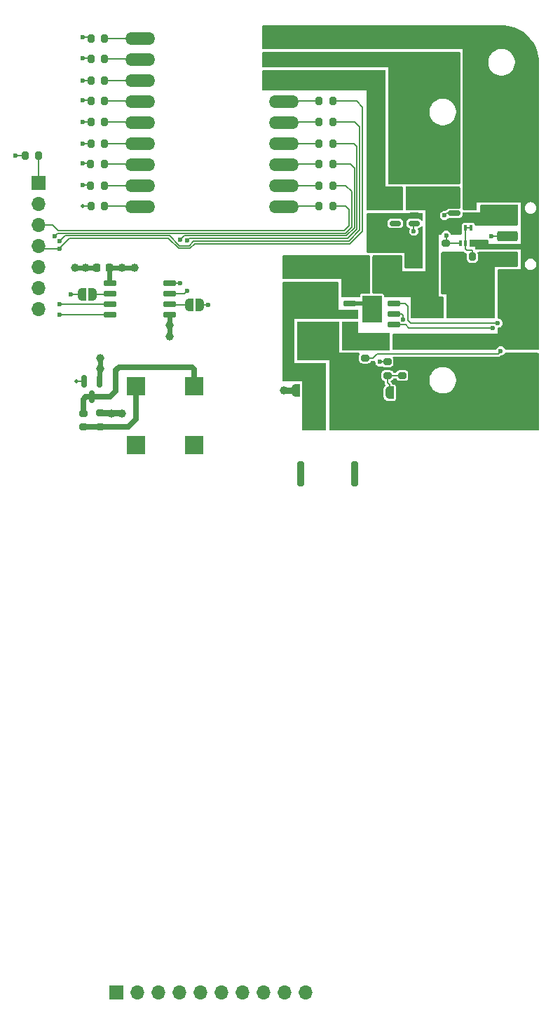
<source format=gbl>
G04 #@! TF.GenerationSoftware,KiCad,Pcbnew,8.0.3*
G04 #@! TF.CreationDate,2024-06-08T17:14:38+02:00*
G04 #@! TF.ProjectId,chip8-pcb,63686970-382d-4706-9362-2e6b69636164,1*
G04 #@! TF.SameCoordinates,Original*
G04 #@! TF.FileFunction,Copper,L4,Bot*
G04 #@! TF.FilePolarity,Positive*
%FSLAX46Y46*%
G04 Gerber Fmt 4.6, Leading zero omitted, Abs format (unit mm)*
G04 Created by KiCad (PCBNEW 8.0.3) date 2024-06-08 17:14:38*
%MOMM*%
%LPD*%
G01*
G04 APERTURE LIST*
G04 Aperture macros list*
%AMRoundRect*
0 Rectangle with rounded corners*
0 $1 Rounding radius*
0 $2 $3 $4 $5 $6 $7 $8 $9 X,Y pos of 4 corners*
0 Add a 4 corners polygon primitive as box body*
4,1,4,$2,$3,$4,$5,$6,$7,$8,$9,$2,$3,0*
0 Add four circle primitives for the rounded corners*
1,1,$1+$1,$2,$3*
1,1,$1+$1,$4,$5*
1,1,$1+$1,$6,$7*
1,1,$1+$1,$8,$9*
0 Add four rect primitives between the rounded corners*
20,1,$1+$1,$2,$3,$4,$5,0*
20,1,$1+$1,$4,$5,$6,$7,0*
20,1,$1+$1,$6,$7,$8,$9,0*
20,1,$1+$1,$8,$9,$2,$3,0*%
%AMFreePoly0*
4,1,19,0.500000,-0.750000,0.000000,-0.750000,0.000000,-0.744911,-0.071157,-0.744911,-0.207708,-0.704816,-0.327430,-0.627875,-0.420627,-0.520320,-0.479746,-0.390866,-0.500000,-0.250000,-0.500000,0.250000,-0.479746,0.390866,-0.420627,0.520320,-0.327430,0.627875,-0.207708,0.704816,-0.071157,0.744911,0.000000,0.744911,0.000000,0.750000,0.500000,0.750000,0.500000,-0.750000,0.500000,-0.750000,
$1*%
%AMFreePoly1*
4,1,19,0.000000,0.744911,0.071157,0.744911,0.207708,0.704816,0.327430,0.627875,0.420627,0.520320,0.479746,0.390866,0.500000,0.250000,0.500000,-0.250000,0.479746,-0.390866,0.420627,-0.520320,0.327430,-0.627875,0.207708,-0.704816,0.071157,-0.744911,0.000000,-0.744911,0.000000,-0.750000,-0.500000,-0.750000,-0.500000,0.750000,0.000000,0.750000,0.000000,0.744911,0.000000,0.744911,
$1*%
G04 Aperture macros list end*
G04 #@! TA.AperFunction,SMDPad,CuDef*
%ADD10RoundRect,0.225000X0.225000X0.250000X-0.225000X0.250000X-0.225000X-0.250000X0.225000X-0.250000X0*%
G04 #@! TD*
G04 #@! TA.AperFunction,SMDPad,CuDef*
%ADD11FreePoly0,180.000000*%
G04 #@! TD*
G04 #@! TA.AperFunction,SMDPad,CuDef*
%ADD12FreePoly1,180.000000*%
G04 #@! TD*
G04 #@! TA.AperFunction,SMDPad,CuDef*
%ADD13FreePoly0,0.000000*%
G04 #@! TD*
G04 #@! TA.AperFunction,SMDPad,CuDef*
%ADD14FreePoly1,0.000000*%
G04 #@! TD*
G04 #@! TA.AperFunction,SMDPad,CuDef*
%ADD15RoundRect,0.150000X0.650000X0.150000X-0.650000X0.150000X-0.650000X-0.150000X0.650000X-0.150000X0*%
G04 #@! TD*
G04 #@! TA.AperFunction,ComponentPad*
%ADD16R,1.700000X1.700000*%
G04 #@! TD*
G04 #@! TA.AperFunction,ComponentPad*
%ADD17O,1.700000X1.700000*%
G04 #@! TD*
G04 #@! TA.AperFunction,SMDPad,CuDef*
%ADD18RoundRect,0.200000X0.200000X0.275000X-0.200000X0.275000X-0.200000X-0.275000X0.200000X-0.275000X0*%
G04 #@! TD*
G04 #@! TA.AperFunction,SMDPad,CuDef*
%ADD19RoundRect,0.150000X0.512500X0.150000X-0.512500X0.150000X-0.512500X-0.150000X0.512500X-0.150000X0*%
G04 #@! TD*
G04 #@! TA.AperFunction,SMDPad,CuDef*
%ADD20RoundRect,0.225000X0.250000X-0.225000X0.250000X0.225000X-0.250000X0.225000X-0.250000X-0.225000X0*%
G04 #@! TD*
G04 #@! TA.AperFunction,SMDPad,CuDef*
%ADD21RoundRect,0.225000X0.225000X0.625000X-0.225000X0.625000X-0.225000X-0.625000X0.225000X-0.625000X0*%
G04 #@! TD*
G04 #@! TA.AperFunction,SMDPad,CuDef*
%ADD22RoundRect,0.133334X0.266666X1.366666X-0.266666X1.366666X-0.266666X-1.366666X0.266666X-1.366666X0*%
G04 #@! TD*
G04 #@! TA.AperFunction,SMDPad,CuDef*
%ADD23RoundRect,0.200000X0.275000X-0.200000X0.275000X0.200000X-0.275000X0.200000X-0.275000X-0.200000X0*%
G04 #@! TD*
G04 #@! TA.AperFunction,HeatsinkPad*
%ADD24C,0.500000*%
G04 #@! TD*
G04 #@! TA.AperFunction,HeatsinkPad*
%ADD25R,2.400000X3.200000*%
G04 #@! TD*
G04 #@! TA.AperFunction,SMDPad,CuDef*
%ADD26R,3.700000X1.100000*%
G04 #@! TD*
G04 #@! TA.AperFunction,SMDPad,CuDef*
%ADD27RoundRect,0.225000X-0.250000X0.225000X-0.250000X-0.225000X0.250000X-0.225000X0.250000X0.225000X0*%
G04 #@! TD*
G04 #@! TA.AperFunction,SMDPad,CuDef*
%ADD28RoundRect,0.200000X-0.275000X0.200000X-0.275000X-0.200000X0.275000X-0.200000X0.275000X0.200000X0*%
G04 #@! TD*
G04 #@! TA.AperFunction,SMDPad,CuDef*
%ADD29RoundRect,0.100000X0.100000X-0.225000X0.100000X0.225000X-0.100000X0.225000X-0.100000X-0.225000X0*%
G04 #@! TD*
G04 #@! TA.AperFunction,SMDPad,CuDef*
%ADD30RoundRect,0.150000X-0.587500X-0.150000X0.587500X-0.150000X0.587500X0.150000X-0.587500X0.150000X0*%
G04 #@! TD*
G04 #@! TA.AperFunction,SMDPad,CuDef*
%ADD31RoundRect,0.150000X-0.150000X0.587500X-0.150000X-0.587500X0.150000X-0.587500X0.150000X0.587500X0*%
G04 #@! TD*
G04 #@! TA.AperFunction,SMDPad,CuDef*
%ADD32RoundRect,0.250000X-1.500000X-0.550000X1.500000X-0.550000X1.500000X0.550000X-1.500000X0.550000X0*%
G04 #@! TD*
G04 #@! TA.AperFunction,SMDPad,CuDef*
%ADD33RoundRect,0.218750X-0.218750X-0.256250X0.218750X-0.256250X0.218750X0.256250X-0.218750X0.256250X0*%
G04 #@! TD*
G04 #@! TA.AperFunction,SMDPad,CuDef*
%ADD34R,2.300000X2.300000*%
G04 #@! TD*
G04 #@! TA.AperFunction,SMDPad,CuDef*
%ADD35RoundRect,0.250000X-1.000000X0.375000X-1.000000X-0.375000X1.000000X-0.375000X1.000000X0.375000X0*%
G04 #@! TD*
G04 #@! TA.AperFunction,ComponentPad*
%ADD36RoundRect,0.600000X1.150000X0.150000X-1.150000X0.150000X-1.150000X-0.150000X1.150000X-0.150000X0*%
G04 #@! TD*
G04 #@! TA.AperFunction,ComponentPad*
%ADD37RoundRect,0.600000X-1.150000X-0.150000X1.150000X-0.150000X1.150000X0.150000X-1.150000X0.150000X0*%
G04 #@! TD*
G04 #@! TA.AperFunction,SMDPad,CuDef*
%ADD38RoundRect,0.250000X1.000000X0.650000X-1.000000X0.650000X-1.000000X-0.650000X1.000000X-0.650000X0*%
G04 #@! TD*
G04 #@! TA.AperFunction,ViaPad*
%ADD39C,0.600000*%
G04 #@! TD*
G04 #@! TA.AperFunction,ViaPad*
%ADD40C,1.000000*%
G04 #@! TD*
G04 #@! TA.AperFunction,ViaPad*
%ADD41C,0.500000*%
G04 #@! TD*
G04 #@! TA.AperFunction,Conductor*
%ADD42C,0.600000*%
G04 #@! TD*
G04 #@! TA.AperFunction,Conductor*
%ADD43C,0.200000*%
G04 #@! TD*
G04 #@! TA.AperFunction,Conductor*
%ADD44C,0.500000*%
G04 #@! TD*
G04 #@! TA.AperFunction,Conductor*
%ADD45C,0.700000*%
G04 #@! TD*
G04 #@! TA.AperFunction,Conductor*
%ADD46C,0.800000*%
G04 #@! TD*
G04 #@! TA.AperFunction,Conductor*
%ADD47C,1.000000*%
G04 #@! TD*
G04 APERTURE END LIST*
D10*
X66087500Y-74800000D03*
X67637500Y-74800000D03*
D11*
X78535000Y-79265000D03*
D12*
X77235000Y-79265000D03*
D13*
X64300000Y-78000000D03*
D14*
X65600000Y-78000000D03*
D15*
X74900000Y-76695000D03*
X74900000Y-77965000D03*
X74900000Y-79235000D03*
X74900000Y-80505000D03*
X67700000Y-80505000D03*
X67700000Y-79235000D03*
X67700000Y-77965000D03*
X67700000Y-76695000D03*
D16*
X68500000Y-162375000D03*
D17*
X71040000Y-162375000D03*
X73580000Y-162375000D03*
X76120000Y-162375000D03*
X78660000Y-162375000D03*
X81200000Y-162375000D03*
X83740000Y-162375000D03*
X86280000Y-162375000D03*
X88820000Y-162375000D03*
X91360000Y-162375000D03*
D18*
X67025000Y-47100000D03*
X65375000Y-47100000D03*
D19*
X104437500Y-67550000D03*
X104437500Y-68500000D03*
X104437500Y-69450000D03*
X102162500Y-69450000D03*
X102162500Y-67550000D03*
D11*
X102750000Y-89925000D03*
D12*
X101450000Y-89925000D03*
D18*
X94625000Y-57200000D03*
X92975000Y-57200000D03*
D20*
X102100000Y-65675000D03*
X102100000Y-64125000D03*
D21*
X95000000Y-93400000D03*
X93000000Y-93400000D03*
D22*
X97250000Y-99750000D03*
X90750000Y-99750000D03*
D18*
X67025000Y-52200000D03*
X65375000Y-52200000D03*
D23*
X64500000Y-94037500D03*
X64500000Y-92387500D03*
D20*
X104400000Y-65675000D03*
X104400000Y-64125000D03*
D18*
X67025000Y-54700000D03*
X65375000Y-54700000D03*
D20*
X104000000Y-75775000D03*
X104000000Y-74225000D03*
D15*
X102000000Y-77900000D03*
X102000000Y-79170000D03*
X102000000Y-80440000D03*
X102000000Y-81710000D03*
X96700000Y-81710000D03*
X96700000Y-80440000D03*
X96700000Y-79170000D03*
X96700000Y-77900000D03*
D24*
X100300000Y-81155000D03*
X100300000Y-79805000D03*
X100300000Y-78455000D03*
D25*
X99350000Y-79805000D03*
D24*
X98400000Y-81155000D03*
X98400000Y-79805000D03*
X98400000Y-78455000D03*
D26*
X92900000Y-74700000D03*
X92900000Y-77700000D03*
D18*
X59100000Y-61300000D03*
X57450000Y-61300000D03*
X67025000Y-67400000D03*
X65375000Y-67400000D03*
X94625000Y-62300000D03*
X92975000Y-62300000D03*
D27*
X92700000Y-80425000D03*
X92700000Y-81975000D03*
D18*
X67025000Y-49600000D03*
X65375000Y-49600000D03*
D28*
X66500000Y-92362500D03*
X66500000Y-94012500D03*
D18*
X94625000Y-54700000D03*
X92975000Y-54700000D03*
D11*
X91450000Y-89600000D03*
D12*
X90150000Y-89600000D03*
D28*
X103000000Y-86175000D03*
X103000000Y-87825000D03*
D27*
X91000000Y-80425000D03*
X91000000Y-81975000D03*
D29*
X111312500Y-71850000D03*
X110662500Y-71850000D03*
X110012500Y-71850000D03*
X110012500Y-69950000D03*
X110662500Y-69950000D03*
X111312500Y-69950000D03*
D16*
X59075000Y-64580000D03*
D17*
X59075000Y-67120000D03*
X59075000Y-69660000D03*
X59075000Y-72200000D03*
X59075000Y-74740000D03*
X59075000Y-77280000D03*
X59075000Y-79820000D03*
D28*
X108262500Y-71875000D03*
X108262500Y-73525000D03*
D30*
X109262500Y-68250000D03*
X109262500Y-66350000D03*
X111137500Y-67300000D03*
D27*
X94400000Y-80425000D03*
X94400000Y-81975000D03*
D18*
X94625000Y-59800000D03*
X92975000Y-59800000D03*
D31*
X64550000Y-88550000D03*
X66450000Y-88550000D03*
X65500000Y-90425000D03*
D32*
X106000000Y-79800000D03*
X111600000Y-79800000D03*
D18*
X67000000Y-62300000D03*
X65350000Y-62300000D03*
D33*
X100812500Y-83700000D03*
X102387500Y-83700000D03*
D18*
X67025000Y-59800000D03*
X65375000Y-59800000D03*
X111487500Y-73500000D03*
X109837500Y-73500000D03*
X67025000Y-57200000D03*
X65375000Y-57200000D03*
D27*
X96600000Y-84125000D03*
X96600000Y-85675000D03*
D34*
X70800000Y-89100000D03*
X77900000Y-89100000D03*
X77900000Y-96200000D03*
X70800000Y-96200000D03*
D28*
X98500000Y-84075000D03*
X98500000Y-85725000D03*
D35*
X115750000Y-68500000D03*
X115750000Y-71000000D03*
X115750000Y-73500000D03*
D18*
X67000000Y-64900000D03*
X65350000Y-64900000D03*
D36*
X88670000Y-47090000D03*
X88670000Y-49630000D03*
X88670000Y-52170000D03*
X88670000Y-54710000D03*
X88670000Y-57250000D03*
X88670000Y-59790000D03*
X88670000Y-62330000D03*
X88670000Y-64870000D03*
X88670000Y-67410000D03*
D37*
X71330000Y-67410000D03*
X71330000Y-64870000D03*
X71330000Y-62330000D03*
X71330000Y-59790000D03*
X71330000Y-57250000D03*
X71330000Y-54710000D03*
X71330000Y-52170000D03*
X71330000Y-49630000D03*
X71330000Y-47090000D03*
D23*
X101200000Y-87825000D03*
X101200000Y-86175000D03*
D18*
X94625000Y-64900000D03*
X92975000Y-64900000D03*
D38*
X101300000Y-74800000D03*
X97300000Y-74800000D03*
D18*
X94625000Y-67400000D03*
X92975000Y-67400000D03*
D39*
X61600000Y-71600000D03*
X61600000Y-79235000D03*
X61600000Y-72500000D03*
X61600000Y-80505000D03*
X61000000Y-71000000D03*
X77000000Y-77600000D03*
X77000000Y-71554000D03*
X76200000Y-76700000D03*
X76200000Y-71400000D03*
D40*
X74900000Y-81795000D03*
X74900000Y-83095000D03*
X64762500Y-74800000D03*
X63462500Y-74800000D03*
X69162500Y-74800000D03*
X70662500Y-74800000D03*
D39*
X79560000Y-79265000D03*
X62950000Y-78000000D03*
D40*
X102500000Y-72100000D03*
X113000000Y-77500000D03*
X96500000Y-93000000D03*
X113000000Y-75500000D03*
X88700000Y-89600000D03*
X66500000Y-85700000D03*
X91250000Y-85000000D03*
X109000000Y-77500000D03*
X99700000Y-72100000D03*
X99700000Y-70700000D03*
X111000000Y-77500000D03*
X95000000Y-91500000D03*
X92750000Y-83500000D03*
X102500000Y-70700000D03*
X101100000Y-72100000D03*
X111000000Y-75500000D03*
X92750000Y-85000000D03*
X109000000Y-75500000D03*
X94250000Y-85000000D03*
X101100000Y-70700000D03*
X94250000Y-83500000D03*
X66500000Y-87000000D03*
X91250000Y-83500000D03*
X96500000Y-91500000D03*
X69100000Y-92400000D03*
X67900000Y-92400000D03*
D39*
X56300000Y-61300000D03*
X114900000Y-84875000D03*
X114550000Y-81500000D03*
X113900000Y-82100000D03*
X64400000Y-49500000D03*
X64400000Y-52200000D03*
X64400000Y-57200000D03*
X64400000Y-62200000D03*
X64400000Y-54600000D03*
X64400000Y-47000000D03*
X64400000Y-59800000D03*
X64400000Y-64800000D03*
D41*
X63600000Y-88550000D03*
X64400000Y-67400000D03*
D39*
X108300000Y-70900000D03*
X108100000Y-68500000D03*
X100300000Y-86200000D03*
X103102891Y-81089709D03*
X113800000Y-71000000D03*
X104400000Y-70400000D03*
D42*
X67637500Y-74800000D02*
X67637500Y-76632500D01*
X67637500Y-76632500D02*
X67700000Y-76695000D01*
D43*
X94625000Y-54700000D02*
X97500000Y-54700000D01*
X97500000Y-54700000D02*
X98200000Y-55400000D01*
X98200000Y-55400000D02*
X98200000Y-70412240D01*
X98200000Y-70412240D02*
X96677240Y-71935000D01*
X96677240Y-71935000D02*
X77929977Y-71935000D01*
X77929977Y-71935000D02*
X77383977Y-72481000D01*
X77383977Y-72481000D02*
X75970023Y-72481000D01*
X75970023Y-72481000D02*
X74770023Y-71281000D01*
X74770023Y-71281000D02*
X62767529Y-71281000D01*
X62767529Y-71281000D02*
X61548529Y-72500000D01*
X61548529Y-72500000D02*
X59375000Y-72500000D01*
X59375000Y-72500000D02*
X59075000Y-72200000D01*
X62900000Y-70954000D02*
X62246000Y-70954000D01*
X74905471Y-70954000D02*
X73200000Y-70954000D01*
X76105471Y-72154000D02*
X74905471Y-70954000D01*
X76751471Y-72154000D02*
X76105471Y-72154000D01*
X62246000Y-70954000D02*
X61600000Y-71600000D01*
X73200000Y-70954000D02*
X62900000Y-70954000D01*
X76200000Y-76700000D02*
X76195000Y-76695000D01*
X76195000Y-76695000D02*
X74900000Y-76695000D01*
X96270896Y-70954000D02*
X97219000Y-70005896D01*
X97219000Y-62800000D02*
X96719000Y-62300000D01*
X96719000Y-62300000D02*
X94625000Y-62300000D01*
X76200000Y-71400000D02*
X76646000Y-70954000D01*
X76646000Y-70954000D02*
X96270896Y-70954000D01*
X97219000Y-70005896D02*
X97219000Y-62800000D01*
X94625000Y-67400000D02*
X96165000Y-67400000D01*
X96165000Y-67400000D02*
X96565000Y-67800000D01*
X96565000Y-67800000D02*
X96565000Y-69735000D01*
X60760000Y-69660000D02*
X59075000Y-69660000D01*
X96565000Y-69735000D02*
X96000000Y-70300000D01*
X96000000Y-70300000D02*
X61400000Y-70300000D01*
X61400000Y-70300000D02*
X60760000Y-69660000D01*
X96892000Y-65600000D02*
X96192000Y-64900000D01*
X96892000Y-69870448D02*
X96892000Y-65600000D01*
X96192000Y-64900000D02*
X94625000Y-64900000D01*
X61000000Y-71000000D02*
X61373000Y-70627000D01*
X61373000Y-70627000D02*
X96135448Y-70627000D01*
X96135448Y-70627000D02*
X96892000Y-69870448D01*
X61600000Y-80505000D02*
X67700000Y-80505000D01*
X61600000Y-79235000D02*
X67700000Y-79235000D01*
X77248529Y-72154000D02*
X76751471Y-72154000D01*
X96541792Y-71608000D02*
X77794529Y-71608000D01*
X77794529Y-71608000D02*
X77248529Y-72154000D01*
X97873000Y-70276792D02*
X96541792Y-71608000D01*
X97873000Y-57800000D02*
X97873000Y-70276792D01*
X97273000Y-57200000D02*
X97873000Y-57800000D01*
X94625000Y-57200000D02*
X97273000Y-57200000D01*
X94625000Y-59800000D02*
X97146000Y-59800000D01*
X97146000Y-59800000D02*
X97546000Y-60200000D01*
X97546000Y-70141344D02*
X96406344Y-71281000D01*
X97546000Y-60200000D02*
X97546000Y-70141344D01*
X96406344Y-71281000D02*
X77273000Y-71281000D01*
X77273000Y-71281000D02*
X77000000Y-71554000D01*
X77000000Y-77600000D02*
X76635000Y-77965000D01*
X76635000Y-77965000D02*
X74900000Y-77965000D01*
D42*
X74900000Y-81795000D02*
X74900000Y-83095000D01*
X74900000Y-80600000D02*
X74900000Y-81795000D01*
X64762500Y-74800000D02*
X63462500Y-74800000D01*
X69162500Y-74800000D02*
X70662500Y-74800000D01*
X66087500Y-74800000D02*
X64762500Y-74800000D01*
X67637500Y-74800000D02*
X69162500Y-74800000D01*
D43*
X65600000Y-78000000D02*
X67665000Y-78000000D01*
X67665000Y-78000000D02*
X67700000Y-77965000D01*
X77235000Y-79265000D02*
X74930000Y-79265000D01*
X74930000Y-79265000D02*
X74900000Y-79235000D01*
D44*
X77200000Y-79300000D02*
X77235000Y-79265000D01*
D43*
X78535000Y-79265000D02*
X79560000Y-79265000D01*
X64300000Y-78000000D02*
X62950000Y-78000000D01*
D45*
X66500000Y-94012500D02*
X64525000Y-94012500D01*
X69887500Y-94012500D02*
X70800000Y-93100000D01*
X70800000Y-93100000D02*
X70800000Y-89100000D01*
X66500000Y-94012500D02*
X69887500Y-94012500D01*
X77900000Y-87100000D02*
X77900000Y-89100000D01*
X64500000Y-90700000D02*
X64500000Y-92387500D01*
X64775000Y-90425000D02*
X64500000Y-90700000D01*
X65500000Y-90425000D02*
X64775000Y-90425000D01*
X77600000Y-86800000D02*
X77900000Y-87100000D01*
X65500000Y-90425000D02*
X67675000Y-90425000D01*
X68400000Y-89700000D02*
X68400000Y-87200000D01*
X67675000Y-90425000D02*
X68400000Y-89700000D01*
X68800000Y-86800000D02*
X77600000Y-86800000D01*
X68400000Y-87200000D02*
X68800000Y-86800000D01*
D44*
X96700000Y-79170000D02*
X98715000Y-79170000D01*
D46*
X90150000Y-89600000D02*
X88700000Y-89600000D01*
D42*
X66500000Y-87000000D02*
X66500000Y-85700000D01*
X66450000Y-87050000D02*
X66500000Y-87000000D01*
X66450000Y-88550000D02*
X66450000Y-87050000D01*
D44*
X98715000Y-79170000D02*
X99350000Y-79805000D01*
D46*
X68862500Y-92362500D02*
X68900000Y-92400000D01*
X67837500Y-92362500D02*
X68862500Y-92362500D01*
D43*
X57450000Y-61300000D02*
X56300000Y-61300000D01*
D46*
X67800000Y-92400000D02*
X67837500Y-92362500D01*
X67762500Y-92362500D02*
X67800000Y-92400000D01*
X66500000Y-92362500D02*
X67762500Y-92362500D01*
D43*
X114575000Y-85200000D02*
X100000000Y-85200000D01*
X100000000Y-85200000D02*
X99475000Y-85725000D01*
X114900000Y-84875000D02*
X114575000Y-85200000D01*
X99475000Y-85725000D02*
X98500000Y-85725000D01*
X103702891Y-81202891D02*
X103702891Y-79502891D01*
X103370000Y-79170000D02*
X102000000Y-79170000D01*
X114550000Y-81500000D02*
X104000000Y-81500000D01*
X103702891Y-79502891D02*
X103370000Y-79170000D01*
X104000000Y-81500000D02*
X103702891Y-81202891D01*
X103410000Y-81710000D02*
X102000000Y-81710000D01*
X113900000Y-82100000D02*
X103800000Y-82100000D01*
X103800000Y-82100000D02*
X103410000Y-81710000D01*
D47*
X87630000Y-47100000D02*
X87620000Y-47090000D01*
D43*
X65275000Y-49500000D02*
X65375000Y-49600000D01*
X64400000Y-49500000D02*
X65275000Y-49500000D01*
X64400000Y-52200000D02*
X65375000Y-52200000D01*
X64400000Y-57200000D02*
X65375000Y-57200000D01*
X65250000Y-62200000D02*
X65350000Y-62300000D01*
X64400000Y-62200000D02*
X65250000Y-62200000D01*
X64400000Y-54600000D02*
X65275000Y-54600000D01*
X65275000Y-54600000D02*
X65375000Y-54700000D01*
X64400000Y-47000000D02*
X65275000Y-47000000D01*
X65275000Y-47000000D02*
X65375000Y-47100000D01*
X64400000Y-59800000D02*
X65375000Y-59800000D01*
X65250000Y-64800000D02*
X65350000Y-64900000D01*
X64400000Y-64800000D02*
X65250000Y-64800000D01*
X59100000Y-61300000D02*
X59100000Y-64555000D01*
X59100000Y-64555000D02*
X59075000Y-64580000D01*
X59115000Y-74700000D02*
X59075000Y-74740000D01*
X103000000Y-87825000D02*
X101200000Y-87825000D01*
X101200000Y-87825000D02*
X101200000Y-88700000D01*
X101200000Y-88700000D02*
X101450000Y-88950000D01*
X101450000Y-88950000D02*
X101450000Y-89925000D01*
D44*
X74935000Y-79200000D02*
X74900000Y-79235000D01*
D43*
X63600000Y-88550000D02*
X64550000Y-88550000D01*
X65375000Y-67400000D02*
X64400000Y-67400000D01*
X110800000Y-72700000D02*
X110662500Y-72562500D01*
X111400000Y-72700000D02*
X110800000Y-72700000D01*
X111312500Y-69950000D02*
X110662500Y-69950000D01*
X110662500Y-72562500D02*
X110662500Y-71850000D01*
X111487500Y-72787500D02*
X111400000Y-72700000D01*
X110662500Y-71850000D02*
X110662500Y-69950000D01*
X111487500Y-73500000D02*
X111487500Y-72787500D01*
X108350000Y-68250000D02*
X108100000Y-68500000D01*
X109262500Y-68250000D02*
X108350000Y-68250000D01*
X110012500Y-71850000D02*
X108287500Y-71850000D01*
X108300000Y-70900000D02*
X108300000Y-71837500D01*
X108287500Y-71850000D02*
X108262500Y-71875000D01*
X108300000Y-71837500D02*
X108262500Y-71875000D01*
X103102891Y-81089709D02*
X103102891Y-80602891D01*
X100300000Y-86200000D02*
X100325000Y-86175000D01*
X102940000Y-80440000D02*
X102000000Y-80440000D01*
X103102891Y-80602891D02*
X102940000Y-80440000D01*
X100325000Y-86175000D02*
X101200000Y-86175000D01*
X67025000Y-49600000D02*
X72350000Y-49600000D01*
X72350000Y-49600000D02*
X72380000Y-49630000D01*
X72370000Y-47100000D02*
X72380000Y-47090000D01*
X67025000Y-47100000D02*
X72370000Y-47100000D01*
X67025000Y-52200000D02*
X72350000Y-52200000D01*
X72350000Y-52200000D02*
X72380000Y-52170000D01*
X72370000Y-54700000D02*
X72380000Y-54710000D01*
X67025000Y-54700000D02*
X72370000Y-54700000D01*
X72330000Y-57200000D02*
X72380000Y-57250000D01*
X67025000Y-57200000D02*
X72330000Y-57200000D01*
X72370000Y-59800000D02*
X72380000Y-59790000D01*
X67025000Y-59800000D02*
X72370000Y-59800000D01*
X72350000Y-62300000D02*
X67000000Y-62300000D01*
X72380000Y-62330000D02*
X72350000Y-62300000D01*
X72380000Y-64870000D02*
X72350000Y-64900000D01*
X72350000Y-64900000D02*
X67000000Y-64900000D01*
X72380000Y-67410000D02*
X72370000Y-67400000D01*
X72370000Y-67400000D02*
X67025000Y-67400000D01*
X92975000Y-57200000D02*
X87670000Y-57200000D01*
X87670000Y-57200000D02*
X87620000Y-57250000D01*
X92975000Y-54700000D02*
X87630000Y-54700000D01*
X87630000Y-54700000D02*
X87620000Y-54710000D01*
X92975000Y-59800000D02*
X87630000Y-59800000D01*
X87630000Y-59800000D02*
X87620000Y-59790000D01*
X67665000Y-79200000D02*
X67700000Y-79235000D01*
X67695000Y-80500000D02*
X67700000Y-80505000D01*
X87650000Y-62300000D02*
X87620000Y-62330000D01*
X92975000Y-62300000D02*
X87650000Y-62300000D01*
X92975000Y-64900000D02*
X87650000Y-64900000D01*
X87650000Y-64900000D02*
X87620000Y-64870000D01*
X87630000Y-67400000D02*
X87620000Y-67410000D01*
X92975000Y-67400000D02*
X87630000Y-67400000D01*
X104400000Y-69487500D02*
X104437500Y-69450000D01*
X104400000Y-70400000D02*
X104400000Y-69487500D01*
X113800000Y-71000000D02*
X115750000Y-71000000D01*
G04 #@! TA.AperFunction,Conductor*
G36*
X105443039Y-68219685D02*
G01*
X105488794Y-68272489D01*
X105500000Y-68324000D01*
X105500000Y-68985512D01*
X105480315Y-69052551D01*
X105427511Y-69098306D01*
X105358353Y-69108250D01*
X105294797Y-69079225D01*
X105284979Y-69068529D01*
X105284951Y-69068558D01*
X105188347Y-68971954D01*
X105188344Y-68971952D01*
X105188342Y-68971950D01*
X105111517Y-68932805D01*
X105075301Y-68914352D01*
X104981524Y-68899500D01*
X103893482Y-68899500D01*
X103812519Y-68912323D01*
X103799696Y-68914354D01*
X103686658Y-68971950D01*
X103686657Y-68971951D01*
X103686652Y-68971954D01*
X103596954Y-69061652D01*
X103596951Y-69061657D01*
X103596950Y-69061658D01*
X103587999Y-69079225D01*
X103539352Y-69174698D01*
X103524500Y-69268475D01*
X103524500Y-69631517D01*
X103535292Y-69699657D01*
X103539354Y-69725304D01*
X103596950Y-69838342D01*
X103596952Y-69838344D01*
X103596954Y-69838347D01*
X103686652Y-69928045D01*
X103686654Y-69928046D01*
X103686658Y-69928050D01*
X103799696Y-69985646D01*
X103809574Y-69987210D01*
X103872709Y-70017137D01*
X103909642Y-70076448D01*
X103908646Y-70146310D01*
X103904741Y-70157136D01*
X103863669Y-70256293D01*
X103844750Y-70399999D01*
X103844750Y-70400000D01*
X103863670Y-70543708D01*
X103863671Y-70543712D01*
X103919137Y-70677622D01*
X103919138Y-70677624D01*
X103919139Y-70677625D01*
X104007379Y-70792621D01*
X104122375Y-70880861D01*
X104256291Y-70936330D01*
X104383280Y-70953048D01*
X104399999Y-70955250D01*
X104400000Y-70955250D01*
X104400001Y-70955250D01*
X104414977Y-70953278D01*
X104543709Y-70936330D01*
X104677625Y-70880861D01*
X104792621Y-70792621D01*
X104880861Y-70677625D01*
X104936330Y-70543709D01*
X104955250Y-70400000D01*
X104936330Y-70256291D01*
X104899875Y-70168281D01*
X104892407Y-70098814D01*
X104923682Y-70036335D01*
X104983771Y-70000683D01*
X104995033Y-69998358D01*
X105075304Y-69985646D01*
X105188342Y-69928050D01*
X105229995Y-69886397D01*
X105284951Y-69831442D01*
X105286651Y-69833142D01*
X105331008Y-69798937D01*
X105400621Y-69792956D01*
X105462417Y-69825560D01*
X105496776Y-69886397D01*
X105500000Y-69914487D01*
X105500000Y-74776000D01*
X105480315Y-74843039D01*
X105427511Y-74888794D01*
X105376000Y-74900000D01*
X103424000Y-74900000D01*
X103356961Y-74880315D01*
X103311206Y-74827511D01*
X103300000Y-74776000D01*
X103300000Y-73000000D01*
X98824000Y-73000000D01*
X98756961Y-72980315D01*
X98711206Y-72927511D01*
X98700000Y-72876000D01*
X98700000Y-69268475D01*
X101249500Y-69268475D01*
X101249500Y-69631517D01*
X101260292Y-69699657D01*
X101264354Y-69725304D01*
X101321950Y-69838342D01*
X101321952Y-69838344D01*
X101321954Y-69838347D01*
X101411652Y-69928045D01*
X101411654Y-69928046D01*
X101411658Y-69928050D01*
X101524694Y-69985645D01*
X101524698Y-69985647D01*
X101618475Y-70000499D01*
X101618481Y-70000500D01*
X102706518Y-70000499D01*
X102800304Y-69985646D01*
X102913342Y-69928050D01*
X103003050Y-69838342D01*
X103060646Y-69725304D01*
X103060646Y-69725302D01*
X103060647Y-69725301D01*
X103075499Y-69631524D01*
X103075500Y-69631519D01*
X103075499Y-69268482D01*
X103060646Y-69174696D01*
X103003050Y-69061658D01*
X103003046Y-69061654D01*
X103003045Y-69061652D01*
X102913347Y-68971954D01*
X102913344Y-68971952D01*
X102913342Y-68971950D01*
X102836517Y-68932805D01*
X102800301Y-68914352D01*
X102706524Y-68899500D01*
X101618482Y-68899500D01*
X101537519Y-68912323D01*
X101524696Y-68914354D01*
X101411658Y-68971950D01*
X101411657Y-68971951D01*
X101411652Y-68971954D01*
X101321954Y-69061652D01*
X101321951Y-69061657D01*
X101321950Y-69061658D01*
X101312999Y-69079225D01*
X101264352Y-69174698D01*
X101249500Y-69268475D01*
X98700000Y-69268475D01*
X98700000Y-68324000D01*
X98719685Y-68256961D01*
X98772489Y-68211206D01*
X98824000Y-68200000D01*
X105376000Y-68200000D01*
X105443039Y-68219685D01*
G37*
G04 #@! TD.AperFunction*
G04 #@! TA.AperFunction,Conductor*
G36*
X95343039Y-81319685D02*
G01*
X95388794Y-81372489D01*
X95400000Y-81424000D01*
X95400000Y-85100000D01*
X97733127Y-85100000D01*
X97800166Y-85119685D01*
X97845921Y-85172489D01*
X97855865Y-85241647D01*
X97832897Y-85297634D01*
X97822207Y-85312117D01*
X97822206Y-85312119D01*
X97777353Y-85440298D01*
X97777353Y-85440300D01*
X97774500Y-85470730D01*
X97774500Y-85979269D01*
X97777353Y-86009699D01*
X97777353Y-86009701D01*
X97822206Y-86137880D01*
X97822207Y-86137882D01*
X97902850Y-86247150D01*
X98012118Y-86327793D01*
X98054845Y-86342744D01*
X98140299Y-86372646D01*
X98170730Y-86375500D01*
X98170734Y-86375500D01*
X98829270Y-86375500D01*
X98859699Y-86372646D01*
X98859701Y-86372646D01*
X98923790Y-86350219D01*
X98987882Y-86327793D01*
X99097150Y-86247150D01*
X99177793Y-86137882D01*
X99177794Y-86137880D01*
X99183311Y-86130405D01*
X99185285Y-86131862D01*
X99224580Y-86091485D01*
X99285480Y-86075500D01*
X99521141Y-86075500D01*
X99521144Y-86075500D01*
X99590664Y-86056872D01*
X99660510Y-86058535D01*
X99718372Y-86097697D01*
X99745877Y-86161925D01*
X99745693Y-86192829D01*
X99744750Y-86200000D01*
X99761574Y-86327792D01*
X99763670Y-86343708D01*
X99763671Y-86343712D01*
X99819137Y-86477622D01*
X99819138Y-86477624D01*
X99819139Y-86477625D01*
X99907379Y-86592621D01*
X100022375Y-86680861D01*
X100156291Y-86736330D01*
X100283280Y-86753048D01*
X100299999Y-86755250D01*
X100300000Y-86755250D01*
X100300001Y-86755250D01*
X100314977Y-86753278D01*
X100443709Y-86736330D01*
X100514925Y-86706831D01*
X100584393Y-86699363D01*
X100636009Y-86721623D01*
X100712113Y-86777790D01*
X100712115Y-86777791D01*
X100712118Y-86777793D01*
X100754845Y-86792744D01*
X100840299Y-86822646D01*
X100870730Y-86825500D01*
X100870734Y-86825500D01*
X101529270Y-86825500D01*
X101559699Y-86822646D01*
X101559701Y-86822646D01*
X101625847Y-86799500D01*
X101687882Y-86777793D01*
X101797150Y-86697150D01*
X101877793Y-86587882D01*
X101900219Y-86523790D01*
X101922646Y-86459701D01*
X101922646Y-86459699D01*
X101925500Y-86429269D01*
X101925500Y-85920730D01*
X101922646Y-85890300D01*
X101922646Y-85890298D01*
X101877793Y-85762119D01*
X101877792Y-85762117D01*
X101867472Y-85748134D01*
X101843501Y-85682505D01*
X101858816Y-85614335D01*
X101908556Y-85565266D01*
X101967242Y-85550500D01*
X114621142Y-85550500D01*
X114621144Y-85550500D01*
X114710288Y-85526614D01*
X114790212Y-85480470D01*
X114804120Y-85466562D01*
X114865442Y-85433075D01*
X114891871Y-85431982D01*
X114891871Y-85430250D01*
X114900000Y-85430250D01*
X115043709Y-85411330D01*
X115177625Y-85355861D01*
X115292621Y-85267621D01*
X115365619Y-85172489D01*
X115384017Y-85148513D01*
X115440445Y-85107311D01*
X115482392Y-85100000D01*
X119375500Y-85100000D01*
X119442539Y-85119685D01*
X119488294Y-85172489D01*
X119499500Y-85224000D01*
X119499500Y-94376000D01*
X119479815Y-94443039D01*
X119427011Y-94488794D01*
X119375500Y-94500000D01*
X94324000Y-94500000D01*
X94256961Y-94480315D01*
X94211206Y-94427511D01*
X94200000Y-94376000D01*
X94200000Y-87570730D01*
X100474500Y-87570730D01*
X100474500Y-88079269D01*
X100477353Y-88109699D01*
X100477353Y-88109701D01*
X100522206Y-88237880D01*
X100522207Y-88237882D01*
X100602850Y-88347150D01*
X100712118Y-88427793D01*
X100766456Y-88446806D01*
X100823231Y-88487527D01*
X100848978Y-88552480D01*
X100849500Y-88563847D01*
X100849500Y-88746145D01*
X100864177Y-88800922D01*
X100873384Y-88835283D01*
X100873387Y-88835290D01*
X100919527Y-88915208D01*
X100919531Y-88915213D01*
X100941297Y-88936979D01*
X100974782Y-88998302D01*
X100969798Y-89067994D01*
X100934822Y-89118370D01*
X100926109Y-89125920D01*
X100926108Y-89125920D01*
X100831961Y-89234572D01*
X100831950Y-89234588D01*
X100792639Y-89295756D01*
X100792630Y-89295772D01*
X100732910Y-89426542D01*
X100712419Y-89496328D01*
X100691959Y-89638638D01*
X100691959Y-89711361D01*
X100693238Y-89720256D01*
X100694500Y-89737902D01*
X100694500Y-90112097D01*
X100693238Y-90129742D01*
X100691959Y-90138635D01*
X100691959Y-90211361D01*
X100712419Y-90353671D01*
X100732910Y-90423457D01*
X100792630Y-90554227D01*
X100792639Y-90554243D01*
X100831950Y-90615411D01*
X100831961Y-90615427D01*
X100926106Y-90724077D01*
X100981069Y-90771702D01*
X101102017Y-90849431D01*
X101102020Y-90849432D01*
X101102023Y-90849434D01*
X101168174Y-90879644D01*
X101306129Y-90920151D01*
X101378111Y-90930500D01*
X101378113Y-90930500D01*
X101950002Y-90930500D01*
X101950003Y-90930499D01*
X102047776Y-90911051D01*
X102130666Y-90855666D01*
X102186051Y-90772776D01*
X102205500Y-90675000D01*
X102205500Y-90237904D01*
X102206762Y-90220258D01*
X102206927Y-90219107D01*
X102208041Y-90211362D01*
X102208041Y-90138639D01*
X102206762Y-90129742D01*
X102205500Y-90112097D01*
X102205500Y-89737902D01*
X102206762Y-89720256D01*
X102208041Y-89711361D01*
X102208041Y-89638638D01*
X102206762Y-89629741D01*
X102205500Y-89612096D01*
X102205500Y-89174997D01*
X102205499Y-89174995D01*
X102186052Y-89077228D01*
X102186051Y-89077227D01*
X102186051Y-89077224D01*
X102130666Y-88994334D01*
X102130665Y-88994333D01*
X102047778Y-88938950D01*
X102047771Y-88938947D01*
X101950003Y-88919500D01*
X101950000Y-88919500D01*
X101899840Y-88919500D01*
X101832801Y-88899815D01*
X101787046Y-88847011D01*
X101780065Y-88827593D01*
X101776614Y-88814712D01*
X101768653Y-88800923D01*
X101730473Y-88734794D01*
X101730470Y-88734791D01*
X101730469Y-88734788D01*
X101665212Y-88669531D01*
X101665015Y-88669334D01*
X101631554Y-88635872D01*
X101598070Y-88574548D01*
X101603056Y-88504857D01*
X101644928Y-88448924D01*
X101678282Y-88431152D01*
X101687882Y-88427793D01*
X101797150Y-88347150D01*
X101877793Y-88237882D01*
X101877794Y-88237880D01*
X101883311Y-88230405D01*
X101885285Y-88231862D01*
X101924580Y-88191485D01*
X101985480Y-88175500D01*
X102214520Y-88175500D01*
X102281559Y-88195185D01*
X102315031Y-88231628D01*
X102316689Y-88230405D01*
X102322206Y-88237880D01*
X102322207Y-88237882D01*
X102402850Y-88347150D01*
X102512118Y-88427793D01*
X102554845Y-88442744D01*
X102640299Y-88472646D01*
X102670730Y-88475500D01*
X102670734Y-88475500D01*
X103329270Y-88475500D01*
X103359699Y-88472646D01*
X103359701Y-88472646D01*
X103427493Y-88448924D01*
X103487882Y-88427793D01*
X103597150Y-88347150D01*
X103651109Y-88274038D01*
X106299500Y-88274038D01*
X106299500Y-88525962D01*
X106311995Y-88604849D01*
X106338910Y-88774785D01*
X106416760Y-89014383D01*
X106531132Y-89238848D01*
X106679201Y-89442649D01*
X106679205Y-89442654D01*
X106857345Y-89620794D01*
X106857350Y-89620798D01*
X106981996Y-89711358D01*
X107061155Y-89768870D01*
X107204184Y-89841747D01*
X107285616Y-89883239D01*
X107285618Y-89883239D01*
X107285621Y-89883241D01*
X107525215Y-89961090D01*
X107774038Y-90000500D01*
X107774039Y-90000500D01*
X108025961Y-90000500D01*
X108025962Y-90000500D01*
X108274785Y-89961090D01*
X108514379Y-89883241D01*
X108738845Y-89768870D01*
X108942656Y-89620793D01*
X109120793Y-89442656D01*
X109268870Y-89238845D01*
X109383241Y-89014379D01*
X109461090Y-88774785D01*
X109500500Y-88525962D01*
X109500500Y-88274038D01*
X109461090Y-88025215D01*
X109383241Y-87785621D01*
X109383239Y-87785618D01*
X109383239Y-87785616D01*
X109341747Y-87704184D01*
X109268870Y-87561155D01*
X109164962Y-87418137D01*
X109120798Y-87357350D01*
X109120794Y-87357345D01*
X108942654Y-87179205D01*
X108942649Y-87179201D01*
X108738848Y-87031132D01*
X108738847Y-87031131D01*
X108738845Y-87031130D01*
X108668747Y-86995413D01*
X108514383Y-86916760D01*
X108274785Y-86838910D01*
X108172099Y-86822646D01*
X108025962Y-86799500D01*
X107774038Y-86799500D01*
X107649626Y-86819205D01*
X107525214Y-86838910D01*
X107285616Y-86916760D01*
X107061151Y-87031132D01*
X106857350Y-87179201D01*
X106857345Y-87179205D01*
X106679205Y-87357345D01*
X106679201Y-87357350D01*
X106531132Y-87561151D01*
X106416760Y-87785616D01*
X106338910Y-88025214D01*
X106325529Y-88109699D01*
X106299500Y-88274038D01*
X103651109Y-88274038D01*
X103677793Y-88237882D01*
X103700219Y-88173790D01*
X103722646Y-88109701D01*
X103722646Y-88109699D01*
X103725500Y-88079269D01*
X103725500Y-87570730D01*
X103722646Y-87540300D01*
X103722646Y-87540298D01*
X103677793Y-87412119D01*
X103677792Y-87412117D01*
X103597150Y-87302850D01*
X103487882Y-87222207D01*
X103487880Y-87222206D01*
X103359700Y-87177353D01*
X103329270Y-87174500D01*
X103329266Y-87174500D01*
X102670734Y-87174500D01*
X102670730Y-87174500D01*
X102640300Y-87177353D01*
X102640298Y-87177353D01*
X102512119Y-87222206D01*
X102512117Y-87222207D01*
X102402850Y-87302850D01*
X102362628Y-87357350D01*
X102316689Y-87419595D01*
X102314714Y-87418137D01*
X102275420Y-87458515D01*
X102214520Y-87474500D01*
X101985480Y-87474500D01*
X101918441Y-87454815D01*
X101884968Y-87418371D01*
X101883311Y-87419595D01*
X101877792Y-87412117D01*
X101797150Y-87302850D01*
X101687882Y-87222207D01*
X101687880Y-87222206D01*
X101559700Y-87177353D01*
X101529270Y-87174500D01*
X101529266Y-87174500D01*
X100870734Y-87174500D01*
X100870730Y-87174500D01*
X100840300Y-87177353D01*
X100840298Y-87177353D01*
X100712119Y-87222206D01*
X100712117Y-87222207D01*
X100602850Y-87302850D01*
X100522207Y-87412117D01*
X100522206Y-87412119D01*
X100477353Y-87540298D01*
X100477353Y-87540300D01*
X100474500Y-87570730D01*
X94200000Y-87570730D01*
X94200000Y-86000000D01*
X90424000Y-86000000D01*
X90356961Y-85980315D01*
X90311206Y-85927511D01*
X90300000Y-85876000D01*
X90300000Y-81424000D01*
X90319685Y-81356961D01*
X90372489Y-81311206D01*
X90424000Y-81300000D01*
X95276000Y-81300000D01*
X95343039Y-81319685D01*
G37*
G04 #@! TD.AperFunction*
G04 #@! TA.AperFunction,Conductor*
G36*
X109943039Y-65019685D02*
G01*
X109988794Y-65072489D01*
X110000000Y-65124000D01*
X110000000Y-67575500D01*
X109980315Y-67642539D01*
X109927511Y-67688294D01*
X109876000Y-67699500D01*
X108643482Y-67699500D01*
X108562519Y-67712323D01*
X108549696Y-67714354D01*
X108436658Y-67771950D01*
X108436657Y-67771951D01*
X108436652Y-67771954D01*
X108340049Y-67868558D01*
X108338445Y-67866954D01*
X108293697Y-67901455D01*
X108280818Y-67905672D01*
X108214712Y-67923386D01*
X108214710Y-67923386D01*
X108214710Y-67923387D01*
X108199729Y-67932036D01*
X108131828Y-67948506D01*
X108121547Y-67947586D01*
X108100004Y-67944750D01*
X108099999Y-67944750D01*
X107956291Y-67963670D01*
X107956287Y-67963671D01*
X107822377Y-68019137D01*
X107707379Y-68107379D01*
X107619137Y-68222377D01*
X107563671Y-68356287D01*
X107563670Y-68356291D01*
X107544750Y-68500000D01*
X107562963Y-68638342D01*
X107563670Y-68643708D01*
X107563671Y-68643712D01*
X107619137Y-68777622D01*
X107619138Y-68777624D01*
X107619139Y-68777625D01*
X107707379Y-68892621D01*
X107822375Y-68980861D01*
X107822376Y-68980861D01*
X107822377Y-68980862D01*
X107867013Y-68999350D01*
X107956291Y-69036330D01*
X108083280Y-69053048D01*
X108099999Y-69055250D01*
X108100000Y-69055250D01*
X108100001Y-69055250D01*
X108114977Y-69053278D01*
X108243709Y-69036330D01*
X108377625Y-68980861D01*
X108492621Y-68892621D01*
X108527087Y-68847703D01*
X108583512Y-68806502D01*
X108638533Y-68801316D01*
X108638628Y-68800118D01*
X108643470Y-68800498D01*
X108643481Y-68800500D01*
X109881518Y-68800499D01*
X109975304Y-68785646D01*
X110088342Y-68728050D01*
X110178050Y-68638342D01*
X110235646Y-68525304D01*
X110235646Y-68525302D01*
X110235647Y-68525301D01*
X110250499Y-68431524D01*
X110250500Y-68431519D01*
X110250499Y-68223999D01*
X110270183Y-68156961D01*
X110322987Y-68111206D01*
X110374499Y-68100000D01*
X112400000Y-68100000D01*
X112400000Y-67324000D01*
X112419685Y-67256961D01*
X112472489Y-67211206D01*
X112524000Y-67200000D01*
X116876000Y-67200000D01*
X116943039Y-67219685D01*
X116988794Y-67272489D01*
X117000000Y-67324000D01*
X117000000Y-69576000D01*
X116980315Y-69643039D01*
X116927511Y-69688794D01*
X116876000Y-69700000D01*
X111867824Y-69700000D01*
X111800785Y-69680315D01*
X111756423Y-69630460D01*
X111741329Y-69599584D01*
X111701698Y-69518517D01*
X111701696Y-69518515D01*
X111701696Y-69518514D01*
X111618985Y-69435803D01*
X111513891Y-69384426D01*
X111445761Y-69374500D01*
X111445760Y-69374500D01*
X111179240Y-69374500D01*
X111179239Y-69374500D01*
X111111107Y-69384426D01*
X111111106Y-69384426D01*
X111041959Y-69418230D01*
X110973086Y-69429988D01*
X110933041Y-69418230D01*
X110863893Y-69384426D01*
X110795761Y-69374500D01*
X110795760Y-69374500D01*
X110529240Y-69374500D01*
X110529239Y-69374500D01*
X110461108Y-69384426D01*
X110356014Y-69435803D01*
X110273303Y-69518514D01*
X110221926Y-69623608D01*
X110218569Y-69646651D01*
X110200000Y-69687109D01*
X110200000Y-70676000D01*
X110180315Y-70743039D01*
X110127511Y-70788794D01*
X110076000Y-70800000D01*
X108937289Y-70800000D01*
X108870250Y-70780315D01*
X108824495Y-70727511D01*
X108822728Y-70723452D01*
X108780862Y-70622377D01*
X108780861Y-70622376D01*
X108780861Y-70622375D01*
X108692621Y-70507379D01*
X108577625Y-70419139D01*
X108577624Y-70419138D01*
X108577622Y-70419137D01*
X108443712Y-70363671D01*
X108443710Y-70363670D01*
X108443709Y-70363670D01*
X108371854Y-70354210D01*
X108300001Y-70344750D01*
X108299999Y-70344750D01*
X108156291Y-70363670D01*
X108156287Y-70363671D01*
X108022377Y-70419137D01*
X107907379Y-70507379D01*
X107819137Y-70622377D01*
X107777272Y-70723452D01*
X107733432Y-70777856D01*
X107667138Y-70799921D01*
X107662711Y-70800000D01*
X107400000Y-70800000D01*
X107400000Y-78300000D01*
X107876000Y-78300000D01*
X107943039Y-78319685D01*
X107988794Y-78372489D01*
X108000000Y-78424000D01*
X108000000Y-80776000D01*
X107980315Y-80843039D01*
X107927511Y-80888794D01*
X107876000Y-80900000D01*
X104177391Y-80900000D01*
X104110352Y-80880315D01*
X104064597Y-80827511D01*
X104053391Y-80776000D01*
X104053391Y-79456749D01*
X104053391Y-79456747D01*
X104029505Y-79367603D01*
X104020218Y-79351518D01*
X104016611Y-79345269D01*
X104000000Y-79283272D01*
X104000000Y-78400000D01*
X100924500Y-78400000D01*
X100857461Y-78380315D01*
X100811706Y-78327511D01*
X100800500Y-78276000D01*
X100800500Y-78180323D01*
X100800499Y-78180321D01*
X100785967Y-78107264D01*
X100785966Y-78107260D01*
X100777659Y-78094828D01*
X100730601Y-78024399D01*
X100647740Y-77969034D01*
X100647739Y-77969033D01*
X100647735Y-77969032D01*
X100574677Y-77954500D01*
X100574674Y-77954500D01*
X99524000Y-77954500D01*
X99456961Y-77934815D01*
X99411206Y-77882011D01*
X99400000Y-77830500D01*
X99400000Y-73424000D01*
X99419685Y-73356961D01*
X99472489Y-73311206D01*
X99524000Y-73300000D01*
X102876000Y-73300000D01*
X102943039Y-73319685D01*
X102988794Y-73372489D01*
X103000000Y-73424000D01*
X103000000Y-75200000D01*
X105800000Y-75200000D01*
X105800000Y-70300000D01*
X105800000Y-67900000D01*
X103524000Y-67900000D01*
X103456961Y-67880315D01*
X103411206Y-67827511D01*
X103400000Y-67776000D01*
X103400000Y-65124000D01*
X103419685Y-65056961D01*
X103472489Y-65011206D01*
X103524000Y-65000000D01*
X109876000Y-65000000D01*
X109943039Y-65019685D01*
G37*
G04 #@! TD.AperFunction*
G04 #@! TA.AperFunction,Conductor*
G36*
X99043039Y-73319685D02*
G01*
X99088794Y-73372489D01*
X99100000Y-73424000D01*
X99100000Y-77830500D01*
X99080315Y-77897539D01*
X99027511Y-77943294D01*
X98976000Y-77954500D01*
X98125323Y-77954500D01*
X98052264Y-77969032D01*
X98052260Y-77969033D01*
X97969399Y-78024399D01*
X97914033Y-78107260D01*
X97914032Y-78107264D01*
X97899500Y-78180321D01*
X97899500Y-78276000D01*
X97879815Y-78343039D01*
X97827011Y-78388794D01*
X97775500Y-78400000D01*
X95724000Y-78400000D01*
X95656961Y-78380315D01*
X95611206Y-78327511D01*
X95600000Y-78276000D01*
X95600000Y-76200000D01*
X88624000Y-76200000D01*
X88556961Y-76180315D01*
X88511206Y-76127511D01*
X88500000Y-76076000D01*
X88500000Y-73424000D01*
X88519685Y-73356961D01*
X88572489Y-73311206D01*
X88624000Y-73300000D01*
X98976000Y-73300000D01*
X99043039Y-73319685D01*
G37*
G04 #@! TD.AperFunction*
G04 #@! TA.AperFunction,Conductor*
G36*
X100943039Y-50919685D02*
G01*
X100988794Y-50972489D01*
X101000000Y-51024000D01*
X101000000Y-65000000D01*
X102976000Y-65000000D01*
X103043039Y-65019685D01*
X103088794Y-65072489D01*
X103100000Y-65124000D01*
X103100000Y-67776000D01*
X103080315Y-67843039D01*
X103027511Y-67888794D01*
X102976000Y-67900000D01*
X98824000Y-67900000D01*
X98756961Y-67880315D01*
X98711206Y-67827511D01*
X98700000Y-67776000D01*
X98700000Y-53400000D01*
X86224000Y-53400000D01*
X86156961Y-53380315D01*
X86111206Y-53327511D01*
X86100000Y-53276000D01*
X86100000Y-51024000D01*
X86119685Y-50956961D01*
X86172489Y-50911206D01*
X86224000Y-50900000D01*
X100876000Y-50900000D01*
X100943039Y-50919685D01*
G37*
G04 #@! TD.AperFunction*
G04 #@! TA.AperFunction,Conductor*
G36*
X109943039Y-48719685D02*
G01*
X109988794Y-48772489D01*
X110000000Y-48824000D01*
X110000000Y-64576000D01*
X109980315Y-64643039D01*
X109927511Y-64688794D01*
X109876000Y-64700000D01*
X101424000Y-64700000D01*
X101356961Y-64680315D01*
X101311206Y-64627511D01*
X101300000Y-64576000D01*
X101300000Y-55874038D01*
X106299500Y-55874038D01*
X106299500Y-56125961D01*
X106338910Y-56374785D01*
X106416760Y-56614383D01*
X106466559Y-56712118D01*
X106513874Y-56804979D01*
X106531132Y-56838848D01*
X106679201Y-57042649D01*
X106679205Y-57042654D01*
X106857345Y-57220794D01*
X106857350Y-57220798D01*
X107035117Y-57349952D01*
X107061155Y-57368870D01*
X107204184Y-57441747D01*
X107285616Y-57483239D01*
X107285618Y-57483239D01*
X107285621Y-57483241D01*
X107525215Y-57561090D01*
X107774038Y-57600500D01*
X107774039Y-57600500D01*
X108025961Y-57600500D01*
X108025962Y-57600500D01*
X108274785Y-57561090D01*
X108514379Y-57483241D01*
X108738845Y-57368870D01*
X108942656Y-57220793D01*
X109120793Y-57042656D01*
X109268870Y-56838845D01*
X109383241Y-56614379D01*
X109461090Y-56374785D01*
X109500500Y-56125962D01*
X109500500Y-55874038D01*
X109461090Y-55625215D01*
X109383241Y-55385621D01*
X109383239Y-55385618D01*
X109383239Y-55385616D01*
X109321635Y-55264712D01*
X109268870Y-55161155D01*
X109188475Y-55050500D01*
X109120798Y-54957350D01*
X109120794Y-54957345D01*
X108942654Y-54779205D01*
X108942649Y-54779201D01*
X108738848Y-54631132D01*
X108738847Y-54631131D01*
X108738845Y-54631130D01*
X108668747Y-54595413D01*
X108514383Y-54516760D01*
X108274785Y-54438910D01*
X108152425Y-54419530D01*
X108025962Y-54399500D01*
X107774038Y-54399500D01*
X107649626Y-54419205D01*
X107525214Y-54438910D01*
X107285616Y-54516760D01*
X107061151Y-54631132D01*
X106857350Y-54779201D01*
X106857345Y-54779205D01*
X106679205Y-54957345D01*
X106679201Y-54957350D01*
X106531132Y-55161151D01*
X106416760Y-55385616D01*
X106338910Y-55625214D01*
X106299500Y-55874038D01*
X101300000Y-55874038D01*
X101300000Y-50600000D01*
X86224000Y-50600000D01*
X86156961Y-50580315D01*
X86111206Y-50527511D01*
X86100000Y-50476000D01*
X86100000Y-48824000D01*
X86119685Y-48756961D01*
X86172489Y-48711206D01*
X86224000Y-48700000D01*
X109876000Y-48700000D01*
X109943039Y-48719685D01*
G37*
G04 #@! TD.AperFunction*
G04 #@! TA.AperFunction,Conductor*
G36*
X115002702Y-45500617D02*
G01*
X115386771Y-45517386D01*
X115397506Y-45518326D01*
X115775971Y-45568152D01*
X115786597Y-45570025D01*
X116159284Y-45652648D01*
X116169710Y-45655442D01*
X116533765Y-45770227D01*
X116543911Y-45773920D01*
X116896578Y-45920000D01*
X116906369Y-45924566D01*
X117244942Y-46100816D01*
X117254310Y-46106224D01*
X117576244Y-46311318D01*
X117585105Y-46317523D01*
X117887930Y-46549889D01*
X117896217Y-46556843D01*
X118177635Y-46814715D01*
X118185284Y-46822364D01*
X118443156Y-47103782D01*
X118450110Y-47112069D01*
X118682476Y-47414894D01*
X118688681Y-47423755D01*
X118893775Y-47745689D01*
X118899183Y-47755057D01*
X119075430Y-48093623D01*
X119080002Y-48103427D01*
X119226075Y-48456078D01*
X119229775Y-48466244D01*
X119344554Y-48830278D01*
X119347354Y-48840727D01*
X119429971Y-49213389D01*
X119431849Y-49224042D01*
X119481671Y-49602473D01*
X119482614Y-49613249D01*
X119499382Y-49997297D01*
X119499500Y-50002706D01*
X119499500Y-84626000D01*
X119479815Y-84693039D01*
X119427011Y-84738794D01*
X119375500Y-84750000D01*
X115526934Y-84750000D01*
X115459895Y-84730315D01*
X115414140Y-84677511D01*
X115412373Y-84673452D01*
X115380862Y-84597377D01*
X115380861Y-84597376D01*
X115380861Y-84597375D01*
X115292621Y-84482379D01*
X115177625Y-84394139D01*
X115177624Y-84394138D01*
X115177622Y-84394137D01*
X115043712Y-84338671D01*
X115043710Y-84338670D01*
X115043709Y-84338670D01*
X114971854Y-84329210D01*
X114900001Y-84319750D01*
X114899999Y-84319750D01*
X114756291Y-84338670D01*
X114756287Y-84338671D01*
X114622377Y-84394137D01*
X114507379Y-84482379D01*
X114419137Y-84597377D01*
X114387627Y-84673452D01*
X114343786Y-84727856D01*
X114277492Y-84749921D01*
X114273066Y-84750000D01*
X101974000Y-84750000D01*
X101906961Y-84730315D01*
X101861206Y-84677511D01*
X101850000Y-84626000D01*
X101850000Y-82874000D01*
X101869685Y-82806961D01*
X101922489Y-82761206D01*
X101974000Y-82750000D01*
X114500000Y-82750000D01*
X114500000Y-82170577D01*
X114519685Y-82103538D01*
X114572489Y-82057783D01*
X114607812Y-82047638D01*
X114693709Y-82036330D01*
X114827625Y-81980861D01*
X114942621Y-81892621D01*
X115030861Y-81777625D01*
X115086330Y-81643709D01*
X115105250Y-81500000D01*
X115086330Y-81356291D01*
X115030861Y-81222375D01*
X114942621Y-81107379D01*
X114827625Y-81019139D01*
X114827624Y-81019138D01*
X114827622Y-81019137D01*
X114693712Y-80963671D01*
X114693710Y-80963670D01*
X114693709Y-80963670D01*
X114671036Y-80960685D01*
X114607813Y-80952361D01*
X114543917Y-80924094D01*
X114505447Y-80865769D01*
X114500000Y-80829422D01*
X114500000Y-75124000D01*
X114519685Y-75056961D01*
X114572489Y-75011206D01*
X114624000Y-75000000D01*
X117300000Y-75000000D01*
X117300000Y-74468995D01*
X117799499Y-74468995D01*
X117826418Y-74604322D01*
X117826421Y-74604332D01*
X117879221Y-74731804D01*
X117879228Y-74731817D01*
X117955885Y-74846541D01*
X117955888Y-74846545D01*
X118053454Y-74944111D01*
X118053458Y-74944114D01*
X118168182Y-75020771D01*
X118168195Y-75020778D01*
X118255550Y-75056961D01*
X118295672Y-75073580D01*
X118295676Y-75073580D01*
X118295677Y-75073581D01*
X118431004Y-75100500D01*
X118431007Y-75100500D01*
X118568995Y-75100500D01*
X118660041Y-75082389D01*
X118704328Y-75073580D01*
X118831811Y-75020775D01*
X118946542Y-74944114D01*
X119044114Y-74846542D01*
X119120775Y-74731811D01*
X119173580Y-74604328D01*
X119200500Y-74468993D01*
X119200500Y-74331007D01*
X119200500Y-74331004D01*
X119173581Y-74195677D01*
X119173580Y-74195676D01*
X119173580Y-74195672D01*
X119173578Y-74195667D01*
X119120778Y-74068195D01*
X119120771Y-74068182D01*
X119044114Y-73953458D01*
X119044111Y-73953454D01*
X118946545Y-73855888D01*
X118946541Y-73855885D01*
X118831817Y-73779228D01*
X118831804Y-73779221D01*
X118704332Y-73726421D01*
X118704322Y-73726418D01*
X118568995Y-73699500D01*
X118568993Y-73699500D01*
X118431007Y-73699500D01*
X118431005Y-73699500D01*
X118295677Y-73726418D01*
X118295667Y-73726421D01*
X118168195Y-73779221D01*
X118168182Y-73779228D01*
X118053458Y-73855885D01*
X118053454Y-73855888D01*
X117955888Y-73953454D01*
X117955885Y-73953458D01*
X117879228Y-74068182D01*
X117879221Y-74068195D01*
X117826421Y-74195667D01*
X117826418Y-74195677D01*
X117799500Y-74331004D01*
X117799500Y-74331007D01*
X117799500Y-74468993D01*
X117799500Y-74468995D01*
X117799499Y-74468995D01*
X117300000Y-74468995D01*
X117300000Y-72600000D01*
X111924000Y-72600000D01*
X111856961Y-72580315D01*
X111811206Y-72527511D01*
X111800000Y-72476000D01*
X111800000Y-72300000D01*
X111228439Y-72300000D01*
X111161400Y-72280315D01*
X111115645Y-72227511D01*
X111105701Y-72158353D01*
X111105735Y-72158122D01*
X111113000Y-72108260D01*
X111113000Y-71591739D01*
X111105735Y-71541878D01*
X111115548Y-71472701D01*
X111161203Y-71419811D01*
X111228205Y-71400000D01*
X113276000Y-71400000D01*
X113343039Y-71419685D01*
X113388794Y-71472489D01*
X113400000Y-71524000D01*
X113400000Y-71900000D01*
X117300000Y-71900000D01*
X117300000Y-67668995D01*
X117799499Y-67668995D01*
X117826418Y-67804322D01*
X117826421Y-67804332D01*
X117879221Y-67931804D01*
X117879228Y-67931817D01*
X117955885Y-68046541D01*
X117955888Y-68046545D01*
X118053454Y-68144111D01*
X118053458Y-68144114D01*
X118168182Y-68220771D01*
X118168195Y-68220778D01*
X118295667Y-68273578D01*
X118295672Y-68273580D01*
X118295676Y-68273580D01*
X118295677Y-68273581D01*
X118431004Y-68300500D01*
X118431007Y-68300500D01*
X118568995Y-68300500D01*
X118667820Y-68280842D01*
X118704328Y-68273580D01*
X118831811Y-68220775D01*
X118946542Y-68144114D01*
X119044114Y-68046542D01*
X119120775Y-67931811D01*
X119173580Y-67804328D01*
X119200500Y-67668993D01*
X119200500Y-67531007D01*
X119200500Y-67531004D01*
X119173581Y-67395677D01*
X119173580Y-67395676D01*
X119173580Y-67395672D01*
X119143893Y-67324000D01*
X119120778Y-67268195D01*
X119120771Y-67268182D01*
X119044114Y-67153458D01*
X119044111Y-67153454D01*
X118946545Y-67055888D01*
X118946541Y-67055885D01*
X118831817Y-66979228D01*
X118831804Y-66979221D01*
X118704332Y-66926421D01*
X118704322Y-66926418D01*
X118568995Y-66899500D01*
X118568993Y-66899500D01*
X118431007Y-66899500D01*
X118431005Y-66899500D01*
X118295677Y-66926418D01*
X118295667Y-66926421D01*
X118168195Y-66979221D01*
X118168182Y-66979228D01*
X118053458Y-67055885D01*
X118053454Y-67055888D01*
X117955888Y-67153454D01*
X117955885Y-67153458D01*
X117879228Y-67268182D01*
X117879221Y-67268195D01*
X117826421Y-67395667D01*
X117826418Y-67395677D01*
X117799500Y-67531004D01*
X117799500Y-67531007D01*
X117799500Y-67668993D01*
X117799500Y-67668995D01*
X117799499Y-67668995D01*
X117300000Y-67668995D01*
X117300000Y-66900000D01*
X112000000Y-66900000D01*
X112000000Y-67720500D01*
X111980315Y-67787539D01*
X111927511Y-67833294D01*
X111876000Y-67844500D01*
X110424000Y-67844500D01*
X110356961Y-67824815D01*
X110311206Y-67772011D01*
X110300000Y-67720500D01*
X110300000Y-49874038D01*
X113399500Y-49874038D01*
X113399500Y-50125961D01*
X113438910Y-50374785D01*
X113516760Y-50614383D01*
X113631132Y-50838848D01*
X113779201Y-51042649D01*
X113779205Y-51042654D01*
X113957345Y-51220794D01*
X113957350Y-51220798D01*
X114135117Y-51349952D01*
X114161155Y-51368870D01*
X114304184Y-51441747D01*
X114385616Y-51483239D01*
X114385618Y-51483239D01*
X114385621Y-51483241D01*
X114625215Y-51561090D01*
X114874038Y-51600500D01*
X114874039Y-51600500D01*
X115125961Y-51600500D01*
X115125962Y-51600500D01*
X115374785Y-51561090D01*
X115614379Y-51483241D01*
X115838845Y-51368870D01*
X116042656Y-51220793D01*
X116220793Y-51042656D01*
X116368870Y-50838845D01*
X116483241Y-50614379D01*
X116561090Y-50374785D01*
X116600500Y-50125962D01*
X116600500Y-49874038D01*
X116561090Y-49625215D01*
X116483241Y-49385621D01*
X116483239Y-49385618D01*
X116483239Y-49385616D01*
X116398175Y-49218670D01*
X116368870Y-49161155D01*
X116349952Y-49135117D01*
X116220798Y-48957350D01*
X116220794Y-48957345D01*
X116042654Y-48779205D01*
X116042649Y-48779201D01*
X115838848Y-48631132D01*
X115838847Y-48631131D01*
X115838845Y-48631130D01*
X115768747Y-48595413D01*
X115614383Y-48516760D01*
X115374785Y-48438910D01*
X115313264Y-48429166D01*
X115125962Y-48399500D01*
X114874038Y-48399500D01*
X114749626Y-48419205D01*
X114625214Y-48438910D01*
X114385616Y-48516760D01*
X114161151Y-48631132D01*
X113957350Y-48779201D01*
X113957345Y-48779205D01*
X113779205Y-48957345D01*
X113779201Y-48957350D01*
X113631132Y-49161151D01*
X113516760Y-49385616D01*
X113438910Y-49625214D01*
X113399500Y-49874038D01*
X110300000Y-49874038D01*
X110300000Y-48400000D01*
X86224000Y-48400000D01*
X86156961Y-48380315D01*
X86111206Y-48327511D01*
X86100000Y-48276000D01*
X86100000Y-45624500D01*
X86119685Y-45557461D01*
X86172489Y-45511706D01*
X86224000Y-45500500D01*
X114934108Y-45500500D01*
X114997294Y-45500500D01*
X115002702Y-45500617D01*
G37*
G04 #@! TD.AperFunction*
G04 #@! TA.AperFunction,Conductor*
G36*
X97643039Y-81319685D02*
G01*
X97688794Y-81372489D01*
X97700000Y-81424000D01*
X97700000Y-82700000D01*
X101376000Y-82700000D01*
X101443039Y-82719685D01*
X101488794Y-82772489D01*
X101500000Y-82824000D01*
X101500000Y-84676000D01*
X101480315Y-84743039D01*
X101427511Y-84788794D01*
X101376000Y-84800000D01*
X95824000Y-84800000D01*
X95756961Y-84780315D01*
X95711206Y-84727511D01*
X95700000Y-84676000D01*
X95700000Y-81424000D01*
X95719685Y-81356961D01*
X95772489Y-81311206D01*
X95824000Y-81300000D01*
X97576000Y-81300000D01*
X97643039Y-81319685D01*
G37*
G04 #@! TD.AperFunction*
G04 #@! TA.AperFunction,Conductor*
G36*
X95243039Y-76519685D02*
G01*
X95288794Y-76572489D01*
X95300000Y-76624000D01*
X95300000Y-79900000D01*
X97576000Y-79900000D01*
X97643039Y-79919685D01*
X97688794Y-79972489D01*
X97700000Y-80024000D01*
X97700000Y-80876000D01*
X97680315Y-80943039D01*
X97627511Y-80988794D01*
X97576000Y-81000000D01*
X90000000Y-81000000D01*
X90000000Y-86300000D01*
X93676000Y-86300000D01*
X93743039Y-86319685D01*
X93788794Y-86372489D01*
X93800000Y-86424000D01*
X93800000Y-94376000D01*
X93780315Y-94443039D01*
X93727511Y-94488794D01*
X93676000Y-94500000D01*
X91024000Y-94500000D01*
X90956961Y-94480315D01*
X90911206Y-94427511D01*
X90900000Y-94376000D01*
X90900000Y-90389862D01*
X90902383Y-90365668D01*
X90905500Y-90349999D01*
X90905500Y-89912904D01*
X90906762Y-89895258D01*
X90906927Y-89894107D01*
X90908041Y-89886362D01*
X90908041Y-89813639D01*
X90906762Y-89804742D01*
X90905500Y-89787097D01*
X90905500Y-89412902D01*
X90906762Y-89395256D01*
X90908041Y-89386361D01*
X90908041Y-89313638D01*
X90906762Y-89304741D01*
X90905500Y-89287096D01*
X90905500Y-88849999D01*
X90905499Y-88849998D01*
X90902383Y-88834329D01*
X90900000Y-88810137D01*
X90900000Y-88500000D01*
X88624000Y-88500000D01*
X88556961Y-88480315D01*
X88511206Y-88427511D01*
X88500000Y-88376000D01*
X88500000Y-76624000D01*
X88519685Y-76556961D01*
X88572489Y-76511206D01*
X88624000Y-76500000D01*
X95176000Y-76500000D01*
X95243039Y-76519685D01*
G37*
G04 #@! TD.AperFunction*
G04 #@! TA.AperFunction,Conductor*
G36*
X110519996Y-72919685D02*
G01*
X110540638Y-72936319D01*
X110584788Y-72980469D01*
X110584791Y-72980470D01*
X110584794Y-72980473D01*
X110664706Y-73026611D01*
X110664708Y-73026612D01*
X110664709Y-73026612D01*
X110664712Y-73026614D01*
X110745095Y-73048152D01*
X110804753Y-73084515D01*
X110835283Y-73147362D01*
X110837000Y-73167926D01*
X110837000Y-73829269D01*
X110839853Y-73859699D01*
X110839853Y-73859701D01*
X110884706Y-73987880D01*
X110884707Y-73987882D01*
X110965350Y-74097150D01*
X111074618Y-74177793D01*
X111117345Y-74192744D01*
X111202799Y-74222646D01*
X111233230Y-74225500D01*
X111233234Y-74225500D01*
X111741770Y-74225500D01*
X111772199Y-74222646D01*
X111772201Y-74222646D01*
X111836290Y-74200219D01*
X111900382Y-74177793D01*
X112009650Y-74097150D01*
X112090293Y-73987882D01*
X112112719Y-73923790D01*
X112135146Y-73859701D01*
X112135146Y-73859699D01*
X112138000Y-73829269D01*
X112138000Y-73170730D01*
X112135146Y-73140300D01*
X112135145Y-73140298D01*
X112108782Y-73064955D01*
X112105220Y-72995176D01*
X112139948Y-72934549D01*
X112201942Y-72902321D01*
X112225823Y-72900000D01*
X116876000Y-72900000D01*
X116943039Y-72919685D01*
X116988794Y-72972489D01*
X117000000Y-73024000D01*
X117000000Y-74576000D01*
X116980315Y-74643039D01*
X116927511Y-74688794D01*
X116876000Y-74700000D01*
X114200000Y-74700000D01*
X114200000Y-80776000D01*
X114180315Y-80843039D01*
X114127511Y-80888794D01*
X114076000Y-80900000D01*
X108424000Y-80900000D01*
X108356961Y-80880315D01*
X108311206Y-80827511D01*
X108300000Y-80776000D01*
X108300000Y-78000000D01*
X107824000Y-78000000D01*
X107756961Y-77980315D01*
X107711206Y-77927511D01*
X107700000Y-77876000D01*
X107700000Y-73024000D01*
X107719685Y-72956961D01*
X107772489Y-72911206D01*
X107824000Y-72900000D01*
X110452957Y-72900000D01*
X110519996Y-72919685D01*
G37*
G04 #@! TD.AperFunction*
M02*

</source>
